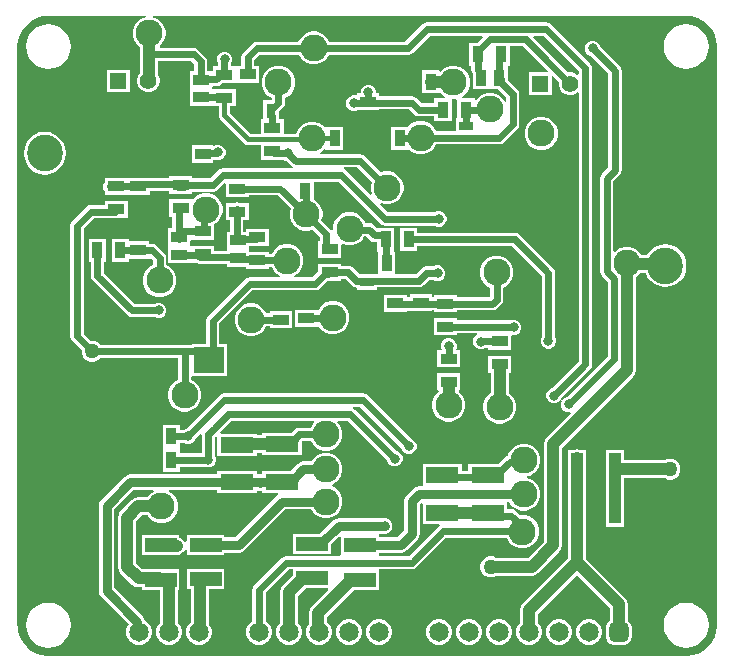
<source format=gbr>
%TF.GenerationSoftware,Altium Limited,Altium Designer,24.3.1 (35)*%
G04 Layer_Physical_Order=2*
G04 Layer_Color=16711680*
%FSLAX43Y43*%
%MOMM*%
%TF.SameCoordinates,9DAA59CA-406A-4E62-98C5-13318CB5E6F2*%
%TF.FilePolarity,Positive*%
%TF.FileFunction,Copper,L2,Bot,Signal*%
%TF.Part,Single*%
G01*
G75*
%TA.AperFunction,Conductor*%
%ADD18C,0.600*%
%ADD19C,1.000*%
%ADD20C,0.800*%
%ADD21C,0.500*%
%TA.AperFunction,ComponentPad*%
%ADD22O,3.000X3.100*%
%ADD23C,2.286*%
%ADD24C,1.400*%
%ADD25R,1.400X1.400*%
%ADD26C,1.650*%
G04:AMPARAMS|DCode=27|XSize=1.65mm|YSize=1.65mm|CornerRadius=0.413mm|HoleSize=0mm|Usage=FLASHONLY|Rotation=0.000|XOffset=0mm|YOffset=0mm|HoleType=Round|Shape=RoundedRectangle|*
%AMROUNDEDRECTD27*
21,1,1.650,0.825,0,0,0.0*
21,1,0.825,1.650,0,0,0.0*
1,1,0.825,0.413,-0.413*
1,1,0.825,-0.413,-0.413*
1,1,0.825,-0.413,0.413*
1,1,0.825,0.413,0.413*
%
%ADD27ROUNDEDRECTD27*%
%TA.AperFunction,ViaPad*%
%ADD28C,0.800*%
%ADD29C,1.270*%
%TA.AperFunction,SMDPad,CuDef*%
%ADD30R,2.500X2.200*%
%ADD31R,1.450X0.950*%
%ADD32R,1.350X0.950*%
%ADD33R,0.800X1.250*%
%ADD34R,1.250X0.800*%
%ADD35R,1.000X2.800*%
%ADD36R,2.706X1.205*%
%ADD37R,0.950X1.450*%
%ADD38R,0.950X1.350*%
%ADD39R,2.800X1.350*%
%TA.AperFunction,Conductor*%
%ADD40C,0.400*%
G36*
X47909Y49895D02*
Y49638D01*
X47792Y49590D01*
X47774Y49608D01*
X47556Y49733D01*
X47314Y49798D01*
X47063D01*
X47039Y49792D01*
X45627Y51204D01*
X45627Y51204D01*
X44047Y52784D01*
X44096Y52902D01*
X44902D01*
X47909Y49895D01*
D02*
G37*
G36*
X30364Y40541D02*
X30277Y40214D01*
Y39846D01*
X30363Y39526D01*
X30249Y39460D01*
X28212Y41497D01*
X28029Y41619D01*
X28002Y41625D01*
X28014Y41752D01*
X29154D01*
X30364Y40541D01*
D02*
G37*
G36*
X57510Y54563D02*
X58000Y54415D01*
X58452Y54173D01*
X58848Y53848D01*
X59173Y53452D01*
X59415Y53000D01*
X59563Y52510D01*
X59612Y52020D01*
X59612Y52019D01*
X59612Y3126D01*
X59612Y3000D01*
X59602Y2878D01*
X59563Y2490D01*
X59415Y2000D01*
X59173Y1548D01*
X58848Y1152D01*
X58452Y827D01*
X58000Y585D01*
X57510Y437D01*
X57123Y399D01*
X57000Y388D01*
X56873Y388D01*
X3126Y388D01*
X3004Y388D01*
X3000Y388D01*
X2878Y398D01*
X2490Y437D01*
X2000Y585D01*
X1548Y827D01*
X1152Y1152D01*
X827Y1548D01*
X585Y2000D01*
X437Y2490D01*
X399Y2877D01*
X388Y3000D01*
X388Y3126D01*
X388Y3126D01*
X388Y52019D01*
X388Y52020D01*
X437Y52510D01*
X585Y53000D01*
X827Y53452D01*
X1152Y53848D01*
X1548Y54173D01*
X2000Y54415D01*
X2490Y54563D01*
X2991Y54613D01*
X2997Y54612D01*
X11242D01*
X11259Y54485D01*
X10992Y54413D01*
X10674Y54229D01*
X10414Y53969D01*
X10230Y53651D01*
X10135Y53295D01*
Y52927D01*
X10230Y52572D01*
X10414Y52254D01*
X10674Y51994D01*
X10748Y51951D01*
Y51333D01*
Y49694D01*
X10712Y49659D01*
X10587Y49441D01*
X10522Y49198D01*
Y48947D01*
X10587Y48705D01*
X10712Y48487D01*
X10890Y48309D01*
X11108Y48184D01*
X11350Y48119D01*
X11601D01*
X11844Y48184D01*
X12062Y48309D01*
X12239Y48487D01*
X12365Y48705D01*
X12430Y48947D01*
Y49198D01*
X12365Y49441D01*
X12285Y49579D01*
Y50769D01*
X15057D01*
X15336Y50490D01*
Y49917D01*
X14971D01*
Y48544D01*
X14971Y48459D01*
X14971Y48332D01*
Y46959D01*
X16829D01*
X16829Y46959D01*
X16903Y46937D01*
Y46937D01*
X16947Y46937D01*
X17419D01*
Y46169D01*
X17419Y46169D01*
X17454Y45992D01*
X17554Y45842D01*
X19604Y43792D01*
X19604Y43792D01*
X19754Y43692D01*
X19931Y43657D01*
X19931Y43657D01*
X20967D01*
Y42416D01*
X22877D01*
X22896Y42397D01*
X23136Y42297D01*
X23146D01*
X23526Y41917D01*
X23526Y41917D01*
X23710Y41795D01*
X23737Y41789D01*
X23725Y41662D01*
X17780D01*
X17564Y41619D01*
X17381Y41497D01*
X17381Y41497D01*
X16718Y40834D01*
X15178D01*
Y40998D01*
X13220D01*
Y40884D01*
X10592D01*
X10523Y40871D01*
X7784D01*
Y40549D01*
X7667Y40374D01*
X7624Y40157D01*
X7667Y39941D01*
X7784Y39766D01*
Y39413D01*
X11571D01*
Y39755D01*
X13220D01*
Y39540D01*
X13778D01*
X13974Y39501D01*
X14224D01*
X14349Y39526D01*
X14474Y39501D01*
X14670Y39540D01*
X15178D01*
Y39704D01*
X16952D01*
X16952Y39704D01*
X17168Y39747D01*
X17351Y39869D01*
X17893Y40412D01*
X18020Y40359D01*
Y39235D01*
X19978D01*
Y39399D01*
X22413D01*
X23506Y38305D01*
X23419Y37979D01*
Y37611D01*
X23514Y37256D01*
X23698Y36937D01*
X23958Y36677D01*
X24277Y36493D01*
X24632Y36398D01*
X25000D01*
X25326Y36486D01*
X25972Y35840D01*
Y35562D01*
X25843D01*
Y34104D01*
X27801D01*
Y35213D01*
X27911Y35277D01*
X27960Y35249D01*
X28315Y35154D01*
X28683D01*
X29038Y35249D01*
X29357Y35433D01*
X29617Y35693D01*
X29753Y35929D01*
X29897D01*
X30227Y35599D01*
X30227Y35599D01*
X30410Y35476D01*
X30626Y35433D01*
X30626Y35433D01*
X30833D01*
Y34683D01*
X30863D01*
X30931Y34584D01*
X30931Y32726D01*
X30806Y32721D01*
X29317D01*
X28756Y33283D01*
X28572Y33405D01*
X28356Y33448D01*
X28356Y33448D01*
X27801D01*
Y33612D01*
X25843D01*
Y32967D01*
X25344Y32467D01*
X23829D01*
X23795Y32594D01*
X24048Y32740D01*
X24308Y33000D01*
X24492Y33319D01*
X24587Y33674D01*
Y34042D01*
X24492Y34397D01*
X24308Y34716D01*
X24048Y34976D01*
X23729Y35160D01*
X23374Y35255D01*
X23006D01*
X22651Y35160D01*
X22332Y34976D01*
X22072Y34716D01*
X21912Y34439D01*
X21655D01*
Y34603D01*
X20069D01*
X19979Y34693D01*
X19979Y34802D01*
X19979Y34929D01*
Y35095D01*
X21655D01*
Y36553D01*
X19697D01*
Y36302D01*
X19513D01*
Y37285D01*
X19978D01*
Y38743D01*
X19173D01*
X19165Y38749D01*
X18948Y38792D01*
X18732Y38749D01*
X18723Y38743D01*
X18020D01*
Y37285D01*
X18384D01*
Y36302D01*
X18121D01*
Y34929D01*
X18121Y34844D01*
X18119Y34718D01*
X17032D01*
Y35111D01*
X15112D01*
X15060Y35129D01*
X15001Y35207D01*
X15001Y35234D01*
Y35506D01*
X15074Y35603D01*
X17032D01*
Y36952D01*
X17215Y37058D01*
X17475Y37318D01*
X17659Y37637D01*
X17755Y37992D01*
Y38360D01*
X17659Y38715D01*
X17475Y39034D01*
X17215Y39294D01*
X16897Y39478D01*
X16542Y39573D01*
X16174D01*
X15818Y39478D01*
X15500Y39294D01*
X15290Y39084D01*
X15178Y39048D01*
X15178Y39048D01*
Y39048D01*
X15178Y39048D01*
X13220D01*
Y37590D01*
X13511D01*
Y36607D01*
X13143D01*
Y35234D01*
X13143Y35149D01*
X13143Y35022D01*
Y33649D01*
X14948D01*
X15001Y33649D01*
Y33649D01*
X15074Y33653D01*
Y33653D01*
X15555D01*
X15587Y33631D01*
X15803Y33588D01*
X18121D01*
Y33344D01*
X19697D01*
Y33145D01*
X21655D01*
Y33309D01*
X21894D01*
X22072Y33000D01*
X22332Y32740D01*
X22585Y32594D01*
X22551Y32467D01*
X20041D01*
X20041Y32467D01*
X19824Y32424D01*
X19641Y32302D01*
X19641Y32302D01*
X16517Y29178D01*
X16395Y28994D01*
X16352Y28778D01*
X16352Y28778D01*
Y26784D01*
X15133D01*
Y26752D01*
X14402D01*
X14402Y26752D01*
X14402Y26752D01*
X7398D01*
X7209Y26941D01*
X6882Y27076D01*
X6615D01*
X6000Y27691D01*
Y36589D01*
X6863Y37452D01*
X8613D01*
X8613Y37452D01*
X8668Y37463D01*
X9742D01*
Y38921D01*
X7784D01*
Y38582D01*
X6629D01*
X6413Y38539D01*
X6230Y38416D01*
X6230Y38416D01*
X5036Y37222D01*
X4914Y37039D01*
X4871Y36823D01*
X4871Y36823D01*
Y27457D01*
X4871Y27457D01*
X4914Y27241D01*
X5036Y27058D01*
X5817Y26278D01*
Y26011D01*
X5952Y25684D01*
X6202Y25434D01*
X6529Y25298D01*
X6882D01*
X7209Y25434D01*
X7398Y25623D01*
X13964D01*
Y23766D01*
X13671Y23597D01*
X13411Y23337D01*
X13227Y23018D01*
X13132Y22663D01*
Y22295D01*
X13227Y21940D01*
X13411Y21621D01*
X13671Y21361D01*
X13990Y21177D01*
X14345Y21082D01*
X14713D01*
X15068Y21177D01*
X15387Y21361D01*
X15647Y21621D01*
X15831Y21940D01*
X15926Y22295D01*
Y22663D01*
X15831Y23018D01*
X15647Y23337D01*
X15387Y23597D01*
X15094Y23766D01*
Y23965D01*
X15133Y24076D01*
X18141D01*
Y26784D01*
X17481D01*
Y28544D01*
X20275Y31338D01*
X25578D01*
X25578Y31338D01*
X25794Y31381D01*
X25977Y31503D01*
X26618Y32143D01*
X26647D01*
X26647Y32143D01*
X26702Y32154D01*
X27801D01*
Y32318D01*
X28122D01*
X28684Y31757D01*
X28684Y31757D01*
X28867Y31635D01*
X29083Y31592D01*
X29093Y31470D01*
Y31369D01*
X30851D01*
Y31592D01*
X34366D01*
X34366Y31592D01*
X34582Y31635D01*
X34766Y31757D01*
X35245Y32236D01*
X35607D01*
X35822Y32147D01*
X36082D01*
X36323Y32247D01*
X36507Y32431D01*
X36606Y32671D01*
Y32931D01*
X36507Y33171D01*
X36323Y33355D01*
X36082Y33455D01*
X35822D01*
X35607Y33366D01*
X35011D01*
X35011Y33366D01*
X34795Y33323D01*
X34611Y33200D01*
X34611Y33200D01*
X34132Y32721D01*
X32514D01*
X32389Y32726D01*
X32389Y32848D01*
Y34584D01*
X32360D01*
X32291Y34683D01*
Y36641D01*
X30833D01*
X30833Y36641D01*
Y36641D01*
X30729Y36694D01*
X30530Y36893D01*
X30347Y37015D01*
X30131Y37058D01*
X30131Y37058D01*
X29809D01*
X29801Y37090D01*
X29617Y37408D01*
X29357Y37668D01*
X29038Y37852D01*
X28683Y37948D01*
X28315D01*
X27960Y37852D01*
X27641Y37668D01*
X27381Y37408D01*
X27197Y37090D01*
X27102Y36735D01*
Y36454D01*
X26975Y36416D01*
X26936Y36474D01*
X26936Y36474D01*
X26125Y37285D01*
X26213Y37611D01*
Y37979D01*
X26118Y38334D01*
X25934Y38653D01*
X25674Y38913D01*
X25484Y39022D01*
Y40532D01*
X27579D01*
X31122Y36989D01*
X31122Y36989D01*
X31305Y36867D01*
X31521Y36824D01*
X31521Y36824D01*
X35723D01*
X35938Y36735D01*
X36198D01*
X36438Y36834D01*
X36622Y37018D01*
X36722Y37259D01*
Y37519D01*
X36622Y37759D01*
X36438Y37943D01*
X36198Y38043D01*
X35938D01*
X35723Y37954D01*
X31755D01*
X31104Y38605D01*
X31169Y38719D01*
X31490Y38633D01*
X31858D01*
X32213Y38729D01*
X32532Y38913D01*
X32792Y39173D01*
X32976Y39491D01*
X33071Y39846D01*
Y40214D01*
X32976Y40570D01*
X32792Y40888D01*
X32532Y41148D01*
X32213Y41332D01*
X31858Y41427D01*
X31490D01*
X31163Y41340D01*
X29787Y42716D01*
X29604Y42838D01*
X29388Y42881D01*
X29388Y42881D01*
X26074D01*
X26040Y43008D01*
X26205Y43104D01*
X26388Y43287D01*
X26515Y43242D01*
Y43242D01*
X27973D01*
Y45200D01*
X26515D01*
Y45200D01*
X26388Y45156D01*
X26205Y45339D01*
X25887Y45523D01*
X25531Y45618D01*
X25164D01*
X24808Y45523D01*
X24490Y45339D01*
X24230Y45079D01*
X24046Y44761D01*
X23998Y44583D01*
X22925D01*
Y45824D01*
X22514D01*
Y46475D01*
X22527Y46484D01*
X22878Y46835D01*
X22878Y46835D01*
X23001Y47019D01*
X23044Y47235D01*
X23044Y47235D01*
Y47659D01*
X23337Y47828D01*
X23597Y48088D01*
X23781Y48407D01*
X23876Y48762D01*
Y49130D01*
X23781Y49485D01*
X23597Y49804D01*
X23337Y50064D01*
X23018Y50248D01*
X22663Y50343D01*
X22295D01*
X21940Y50248D01*
X21621Y50064D01*
X21361Y49804D01*
X21177Y49485D01*
X21082Y49130D01*
Y48762D01*
X21177Y48407D01*
X21361Y48088D01*
X21621Y47828D01*
X21914Y47659D01*
Y47469D01*
X21883Y47437D01*
X21206D01*
Y45824D01*
X20967D01*
Y44583D01*
X20123D01*
X18344Y46361D01*
Y46937D01*
X18861D01*
Y48395D01*
X16930D01*
X16877Y48428D01*
X16829Y48492D01*
X16829Y48551D01*
X16919Y48641D01*
X17221D01*
X17221Y48641D01*
X17438Y48684D01*
X17621Y48806D01*
X17701Y48887D01*
X18793D01*
X18861Y48887D01*
X18977Y48912D01*
X20867D01*
Y50370D01*
X20453D01*
Y50845D01*
X20884Y51277D01*
X24201D01*
X24352Y51015D01*
X24612Y50755D01*
X24931Y50571D01*
X25286Y50476D01*
X25654D01*
X26009Y50571D01*
X26328Y50755D01*
X26588Y51015D01*
X26739Y51277D01*
X33452D01*
X33452Y51277D01*
X33668Y51320D01*
X33851Y51442D01*
X35311Y52902D01*
X39739D01*
X39788Y52784D01*
X39316Y52312D01*
X38657D01*
Y50354D01*
X38821D01*
Y50028D01*
X38821Y50028D01*
X38864Y49812D01*
X38922Y49725D01*
Y49476D01*
X38922Y49476D01*
X38932Y49422D01*
Y48372D01*
X40390D01*
Y48372D01*
X40432D01*
Y48372D01*
X41092D01*
X41761Y47703D01*
Y47326D01*
X41634Y47292D01*
X41504Y47518D01*
X41244Y47778D01*
X40925Y47962D01*
X40570Y48057D01*
X40202D01*
X39847Y47962D01*
X39528Y47778D01*
X39268Y47518D01*
X39215Y47426D01*
X39093Y47459D01*
Y47613D01*
X38027D01*
X37993Y47740D01*
X38145Y47828D01*
X38405Y48088D01*
X38589Y48407D01*
X38684Y48762D01*
Y49130D01*
X38589Y49485D01*
X38405Y49804D01*
X38145Y50064D01*
X37826Y50248D01*
X37471Y50343D01*
X37103D01*
X36748Y50248D01*
X36429Y50064D01*
X36223Y49857D01*
X36096Y49909D01*
Y50001D01*
X34638D01*
Y49058D01*
X34623Y48984D01*
X34638Y48910D01*
Y48043D01*
X36096D01*
X36096Y48043D01*
X36220Y48037D01*
X36429Y47828D01*
X36581Y47740D01*
X36547Y47613D01*
X35685D01*
Y47199D01*
X34600D01*
X34168Y47631D01*
X33985Y47754D01*
X33769Y47797D01*
X33769Y47797D01*
X31003D01*
Y48037D01*
X30753D01*
Y48238D01*
X30653Y48478D01*
X30469Y48662D01*
X30229Y48762D01*
X29969D01*
X29729Y48662D01*
X29545Y48478D01*
X29445Y48238D01*
Y48037D01*
X29145D01*
Y47927D01*
X29018Y47843D01*
X29007Y47847D01*
X28746D01*
X28506Y47748D01*
X28322Y47564D01*
X28222Y47323D01*
Y47063D01*
X28322Y46823D01*
X28506Y46639D01*
X28746Y46539D01*
X29007D01*
X29129Y46590D01*
X29145Y46579D01*
Y46579D01*
X31003D01*
Y46667D01*
X33535D01*
X33967Y46235D01*
X33967Y46235D01*
X34150Y46113D01*
X34366Y46070D01*
X34366Y46070D01*
X35685D01*
Y45655D01*
X37143D01*
Y47549D01*
X37471D01*
X37534Y47566D01*
X37635Y47488D01*
Y45942D01*
X37500D01*
Y44837D01*
X35806D01*
X35636Y45130D01*
X35376Y45390D01*
X35058Y45574D01*
X34703Y45669D01*
X34335D01*
X33979Y45574D01*
X33661Y45390D01*
X33471Y45200D01*
X32047D01*
Y43242D01*
X33505D01*
X33505Y43242D01*
Y43242D01*
X33616Y43199D01*
X33661Y43154D01*
X33979Y42970D01*
X34335Y42875D01*
X34703D01*
X35058Y42970D01*
X35376Y43154D01*
X35636Y43414D01*
X35806Y43707D01*
X41173D01*
X41173Y43707D01*
X41390Y43750D01*
X41573Y43873D01*
X42725Y45025D01*
X42725Y45025D01*
X42848Y45209D01*
X42891Y45425D01*
X42891Y45425D01*
Y47937D01*
X42891Y47937D01*
X42848Y48153D01*
X42725Y48336D01*
X42725Y48336D01*
X41901Y49160D01*
Y49229D01*
X41901Y49229D01*
X41890Y49283D01*
Y50230D01*
X41890D01*
X41898Y50354D01*
X42065D01*
Y52048D01*
X43186D01*
X44828Y50405D01*
X44828Y50405D01*
X44828Y50405D01*
X45318Y49916D01*
X45269Y49798D01*
X43694D01*
Y47890D01*
X45602D01*
Y49465D01*
X45720Y49514D01*
X46240Y48993D01*
X46234Y48970D01*
Y48719D01*
X46299Y48476D01*
X46425Y48258D01*
X46602Y48081D01*
X46820Y47955D01*
X47063Y47890D01*
X47314D01*
X47556Y47955D01*
X47774Y48081D01*
X47792Y48099D01*
X47909Y48050D01*
Y25315D01*
X45666Y23072D01*
X45451Y22983D01*
X45267Y22799D01*
X45168Y22558D01*
Y22298D01*
X45267Y22058D01*
X45451Y21874D01*
X45692Y21774D01*
X45952D01*
X46192Y21874D01*
X46351Y22033D01*
X46459Y21961D01*
X46401Y21822D01*
Y21562D01*
X46501Y21321D01*
X46685Y21137D01*
X46925Y21038D01*
X47177D01*
X47196Y21017D01*
X47244Y20924D01*
X45176Y18857D01*
X45010Y18608D01*
X44951Y18313D01*
Y10072D01*
X43598Y8719D01*
X40929D01*
X40639Y8839D01*
X40285D01*
X39959Y8704D01*
X39709Y8454D01*
X39573Y8127D01*
Y7773D01*
X39709Y7447D01*
X39959Y7197D01*
X40285Y7061D01*
X40639D01*
X40929Y7181D01*
X43917D01*
X44211Y7240D01*
X44460Y7407D01*
X46264Y9210D01*
X46430Y9459D01*
X46489Y9754D01*
Y17995D01*
X52512Y24018D01*
X52679Y24268D01*
X52737Y24562D01*
Y32486D01*
X52826Y32537D01*
X53071Y32782D01*
X53601D01*
X53713Y32512D01*
X53994Y32145D01*
X54360Y31864D01*
X54787Y31687D01*
X55245Y31627D01*
X55703Y31687D01*
X56130Y31864D01*
X56496Y32145D01*
X56777Y32512D01*
X56954Y32938D01*
X57014Y33396D01*
Y33496D01*
X56954Y33954D01*
X56777Y34381D01*
X56496Y34747D01*
X56130Y35028D01*
X55703Y35205D01*
X55245Y35265D01*
X54787Y35205D01*
X54360Y35028D01*
X53994Y34747D01*
X53713Y34381D01*
X53687Y34319D01*
X53198D01*
X53086Y34513D01*
X52826Y34773D01*
X52508Y34957D01*
X52152Y35052D01*
X51784D01*
X51429Y34957D01*
X51111Y34773D01*
X50963Y34626D01*
X50836Y34678D01*
Y40568D01*
X51382Y41114D01*
X51382Y41114D01*
X51504Y41297D01*
X51547Y41513D01*
Y49932D01*
X51547Y49932D01*
X51504Y50148D01*
X51382Y50331D01*
X51382Y50331D01*
X49716Y51997D01*
X49627Y52212D01*
X49443Y52396D01*
X49203Y52495D01*
X48943D01*
X48702Y52396D01*
X48518Y52212D01*
X48419Y51971D01*
Y51711D01*
X48518Y51471D01*
X48702Y51287D01*
X48918Y51198D01*
X50417Y49698D01*
Y41747D01*
X49872Y41202D01*
X49750Y41019D01*
X49707Y40802D01*
X49707Y40802D01*
Y32952D01*
X49707Y32952D01*
X49750Y32736D01*
X49872Y32553D01*
X50350Y32075D01*
Y25785D01*
X46900Y22335D01*
X46685Y22246D01*
X46526Y22087D01*
X46418Y22159D01*
X46465Y22273D01*
X48874Y24681D01*
X48874Y24681D01*
X48996Y24865D01*
X49039Y25081D01*
X49039Y25081D01*
Y50129D01*
X49039Y50129D01*
X48996Y50345D01*
X48874Y50528D01*
X48874Y50528D01*
X45536Y53866D01*
X45353Y53988D01*
X45136Y54031D01*
X45136Y54031D01*
X35077D01*
X35077Y54031D01*
X34861Y53988D01*
X34677Y53866D01*
X34677Y53866D01*
X33218Y52406D01*
X26773D01*
X26772Y52412D01*
X26588Y52731D01*
X26328Y52991D01*
X26009Y53175D01*
X25654Y53270D01*
X25286D01*
X24931Y53175D01*
X24612Y52991D01*
X24352Y52731D01*
X24168Y52412D01*
X24167Y52406D01*
X20650D01*
X20650Y52406D01*
X20434Y52363D01*
X20251Y52241D01*
X20251Y52241D01*
X19489Y51479D01*
X19366Y51296D01*
X19323Y51079D01*
X19323Y51079D01*
Y50460D01*
X19234Y50370D01*
X18909Y50370D01*
X18793Y50345D01*
X18472D01*
Y50516D01*
X18487Y50531D01*
X18586Y50772D01*
Y51032D01*
X18487Y51272D01*
X18303Y51456D01*
X18062Y51556D01*
X17802D01*
X17562Y51456D01*
X17378Y51272D01*
X17278Y51032D01*
Y50772D01*
X17342Y50618D01*
Y50345D01*
X16903D01*
Y50013D01*
X16829Y49917D01*
X16465D01*
Y50724D01*
X16422Y50940D01*
X16300Y51123D01*
X16300Y51123D01*
X15690Y51733D01*
X15507Y51855D01*
X15291Y51898D01*
X15291Y51898D01*
X12466D01*
X12421Y52025D01*
X12649Y52254D01*
X12833Y52572D01*
X12929Y52927D01*
Y53295D01*
X12833Y53651D01*
X12649Y53969D01*
X12389Y54229D01*
X12071Y54413D01*
X11805Y54485D01*
X11821Y54612D01*
X57000Y54612D01*
X57007Y54613D01*
X57510Y54563D01*
D02*
G37*
%LPC*%
G36*
X57000Y53897D02*
X56509Y53833D01*
X56051Y53643D01*
X55658Y53342D01*
X55357Y52949D01*
X55167Y52491D01*
X55103Y52000D01*
X55167Y51509D01*
X55357Y51051D01*
X55658Y50658D01*
X56051Y50357D01*
X56509Y50167D01*
X57000Y50103D01*
X57491Y50167D01*
X57949Y50357D01*
X58342Y50658D01*
X58643Y51051D01*
X58833Y51509D01*
X58897Y52000D01*
X58833Y52491D01*
X58643Y52949D01*
X58342Y53342D01*
X57949Y53643D01*
X57491Y53833D01*
X57000Y53897D01*
D02*
G37*
G36*
X3000D02*
X2509Y53833D01*
X2051Y53643D01*
X1658Y53342D01*
X1357Y52949D01*
X1167Y52491D01*
X1103Y52000D01*
X1167Y51509D01*
X1357Y51051D01*
X1658Y50658D01*
X2051Y50357D01*
X2509Y50167D01*
X3000Y50103D01*
X3491Y50167D01*
X3949Y50357D01*
X4342Y50658D01*
X4643Y51051D01*
X4833Y51509D01*
X4897Y52000D01*
X4833Y52491D01*
X4643Y52949D01*
X4342Y53342D01*
X3949Y53643D01*
X3491Y53833D01*
X3000Y53897D01*
D02*
G37*
G36*
X9890Y50027D02*
X7982D01*
Y48119D01*
X9890D01*
Y50027D01*
D02*
G37*
G36*
X17478Y43682D02*
X17218D01*
X17013Y43597D01*
X16982Y43618D01*
Y43618D01*
X15124D01*
Y42160D01*
X16982D01*
Y42372D01*
X17109Y42419D01*
X17218Y42374D01*
X17478D01*
X17719Y42473D01*
X17903Y42657D01*
X18002Y42898D01*
Y43158D01*
X17903Y43398D01*
X17719Y43582D01*
X17478Y43682D01*
D02*
G37*
G36*
X44913Y46025D02*
X44545D01*
X44190Y45930D01*
X43872Y45746D01*
X43612Y45486D01*
X43428Y45167D01*
X43332Y44812D01*
Y44444D01*
X43428Y44089D01*
X43612Y43770D01*
X43872Y43510D01*
X44190Y43326D01*
X44545Y43231D01*
X44913D01*
X45269Y43326D01*
X45587Y43510D01*
X45847Y43770D01*
X46031Y44089D01*
X46126Y44444D01*
Y44812D01*
X46031Y45167D01*
X45847Y45486D01*
X45587Y45746D01*
X45269Y45930D01*
X44913Y46025D01*
D02*
G37*
G36*
X2692Y44776D02*
X2235Y44716D01*
X1808Y44539D01*
X1441Y44258D01*
X1160Y43892D01*
X984Y43465D01*
X923Y43007D01*
Y42907D01*
X984Y42449D01*
X1160Y42022D01*
X1441Y41656D01*
X1808Y41375D01*
X2235Y41198D01*
X2692Y41138D01*
X3150Y41198D01*
X3577Y41375D01*
X3943Y41656D01*
X4225Y42022D01*
X4401Y42449D01*
X4462Y42907D01*
Y43007D01*
X4401Y43465D01*
X4225Y43892D01*
X3943Y44258D01*
X3577Y44539D01*
X3150Y44716D01*
X2692Y44776D01*
D02*
G37*
G36*
X9832Y35701D02*
X8374D01*
Y33743D01*
X9832D01*
Y34034D01*
X11545D01*
Y34034D01*
X11672Y34062D01*
X11856Y33878D01*
Y33475D01*
X11563Y33306D01*
X11303Y33046D01*
X11119Y32727D01*
X11024Y32372D01*
Y32004D01*
X11119Y31649D01*
X11303Y31330D01*
X11563Y31070D01*
X11881Y30886D01*
X12237Y30791D01*
X12605D01*
X12960Y30886D01*
X13278Y31070D01*
X13538Y31330D01*
X13722Y31649D01*
X13818Y32004D01*
Y32372D01*
X13722Y32727D01*
X13538Y33046D01*
X13278Y33306D01*
X12985Y33475D01*
Y34112D01*
X12985Y34112D01*
X12942Y34328D01*
X12820Y34512D01*
X12820Y34512D01*
X12204Y35128D01*
X12021Y35250D01*
X11805Y35293D01*
X11805Y35293D01*
X11545D01*
Y35492D01*
X9832D01*
Y35701D01*
D02*
G37*
G36*
X41129Y34265D02*
X40761D01*
X40406Y34169D01*
X40087Y33985D01*
X39827Y33725D01*
X39643Y33407D01*
X39548Y33052D01*
Y32684D01*
X39643Y32328D01*
X39827Y32010D01*
X40087Y31750D01*
X40380Y31581D01*
Y30796D01*
X40359Y30775D01*
X37580D01*
Y30939D01*
X35622D01*
Y30775D01*
X35448D01*
Y31019D01*
X33590D01*
Y30763D01*
X33364D01*
Y30965D01*
X31406D01*
Y29507D01*
X33364D01*
Y29633D01*
X33590D01*
Y29561D01*
X35448D01*
Y29646D01*
X35622D01*
Y29481D01*
X37580D01*
Y29646D01*
X40593D01*
X40593Y29646D01*
X40809Y29689D01*
X40993Y29811D01*
X41344Y30162D01*
X41344Y30162D01*
X41467Y30346D01*
X41510Y30562D01*
X41510Y30562D01*
Y31581D01*
X41803Y31750D01*
X42063Y32010D01*
X42247Y32328D01*
X42342Y32684D01*
Y33052D01*
X42247Y33407D01*
X42063Y33725D01*
X41803Y33985D01*
X41484Y34169D01*
X41129Y34265D01*
D02*
G37*
G36*
X7882Y35701D02*
X6424D01*
Y33743D01*
X6588D01*
Y32598D01*
X6588Y32598D01*
X6631Y32382D01*
X6754Y32199D01*
X9710Y29242D01*
X9710Y29242D01*
X9893Y29120D01*
X10109Y29077D01*
X10109Y29077D01*
X11999D01*
X12214Y28988D01*
X12474D01*
X12715Y29087D01*
X12899Y29271D01*
X12998Y29512D01*
Y29772D01*
X12899Y30012D01*
X12715Y30196D01*
X12474Y30296D01*
X12214D01*
X11999Y30207D01*
X10343D01*
X7718Y32832D01*
Y33743D01*
X7882D01*
Y35701D01*
D02*
G37*
G36*
X20352Y30251D02*
X19984D01*
X19628Y30156D01*
X19310Y29972D01*
X19050Y29712D01*
X18866Y29394D01*
X18771Y29038D01*
Y28670D01*
X18866Y28315D01*
X19050Y27997D01*
X19310Y27737D01*
X19628Y27553D01*
X19984Y27457D01*
X20352D01*
X20707Y27553D01*
X21025Y27737D01*
X21285Y27997D01*
X21458Y28296D01*
X21779D01*
Y28139D01*
X23637D01*
Y29597D01*
X21779D01*
Y29426D01*
X21451D01*
X21285Y29712D01*
X21025Y29972D01*
X20707Y30156D01*
X20352Y30251D01*
D02*
G37*
G36*
X27260Y30429D02*
X26892D01*
X26537Y30334D01*
X26219Y30150D01*
X25959Y29890D01*
X25899Y29787D01*
X25820Y29695D01*
Y29695D01*
X25820Y29695D01*
X23862D01*
Y28237D01*
X25820D01*
X25820Y28237D01*
Y28237D01*
X25940Y28207D01*
X25959Y28174D01*
X26219Y27914D01*
X26537Y27730D01*
X26892Y27635D01*
X27260D01*
X27616Y27730D01*
X27934Y27914D01*
X28194Y28174D01*
X28378Y28493D01*
X28473Y28848D01*
Y29216D01*
X28378Y29571D01*
X28194Y29890D01*
X27934Y30150D01*
X27616Y30334D01*
X27260Y30429D01*
D02*
G37*
G36*
X34241Y36641D02*
X32783D01*
Y34683D01*
X34241D01*
Y35097D01*
X42260D01*
X44781Y32576D01*
Y27419D01*
X44691Y27203D01*
Y26943D01*
X44791Y26703D01*
X44975Y26519D01*
X45215Y26419D01*
X45475D01*
X45716Y26519D01*
X45900Y26703D01*
X45999Y26943D01*
Y27203D01*
X45910Y27419D01*
Y32810D01*
X45910Y32810D01*
X45867Y33027D01*
X45745Y33210D01*
X42894Y36061D01*
X42710Y36183D01*
X42494Y36226D01*
X42494Y36226D01*
X34241D01*
Y36641D01*
D02*
G37*
G36*
X37580Y28989D02*
X35622D01*
Y27531D01*
X37580D01*
Y27696D01*
X39266D01*
X39291Y27569D01*
X39251Y27552D01*
X39067Y27368D01*
X38967Y27127D01*
Y26867D01*
X39067Y26627D01*
X39251Y26443D01*
X39491Y26343D01*
X39751D01*
X39992Y26443D01*
X40019Y26471D01*
X40220D01*
Y26306D01*
X42178D01*
Y27509D01*
X42263Y27565D01*
X42523D01*
X42763Y27665D01*
X42947Y27849D01*
X43047Y28089D01*
Y28349D01*
X42947Y28590D01*
X42763Y28774D01*
X42523Y28873D01*
X42263D01*
X42146Y28825D01*
X37580D01*
Y28989D01*
D02*
G37*
G36*
X37036Y27287D02*
X36776D01*
X36536Y27188D01*
X36352Y27004D01*
X36252Y26763D01*
Y26503D01*
X36296Y26397D01*
X36226Y26291D01*
X35927D01*
Y24833D01*
X37885D01*
Y26291D01*
X37587D01*
X37516Y26397D01*
X37560Y26503D01*
Y26763D01*
X37461Y27004D01*
X37277Y27188D01*
X37036Y27287D01*
D02*
G37*
G36*
X37885Y24341D02*
X35927D01*
Y22883D01*
X36001D01*
X36035Y22756D01*
X36033Y22755D01*
X35773Y22495D01*
X35589Y22176D01*
X35493Y21821D01*
Y21453D01*
X35589Y21098D01*
X35773Y20779D01*
X36033Y20519D01*
X36351Y20335D01*
X36707Y20240D01*
X37074D01*
X37430Y20335D01*
X37748Y20519D01*
X38008Y20779D01*
X38192Y21098D01*
X38287Y21453D01*
Y21821D01*
X38192Y22176D01*
X38008Y22495D01*
X37748Y22755D01*
X37746Y22756D01*
X37780Y22883D01*
X37885D01*
Y24341D01*
D02*
G37*
G36*
X42178Y25814D02*
X40220D01*
Y24356D01*
X40481D01*
Y22667D01*
X40341Y22586D01*
X40081Y22326D01*
X39897Y22007D01*
X39802Y21652D01*
Y21284D01*
X39897Y20929D01*
X40081Y20610D01*
X40341Y20350D01*
X40660Y20166D01*
X41015Y20071D01*
X41383D01*
X41738Y20166D01*
X42057Y20350D01*
X42317Y20610D01*
X42501Y20929D01*
X42596Y21284D01*
Y21652D01*
X42501Y22007D01*
X42317Y22326D01*
X42057Y22586D01*
X42018Y22608D01*
Y24356D01*
X42178D01*
Y25814D01*
D02*
G37*
G36*
X29642Y22612D02*
X29642Y22612D01*
X17907D01*
X17691Y22569D01*
X17508Y22447D01*
X17508Y22447D01*
X14678Y19617D01*
X14488Y19539D01*
X14125D01*
Y19953D01*
X12667D01*
Y17995D01*
X12667D01*
Y17921D01*
X12667D01*
Y15963D01*
X14125D01*
Y16415D01*
X16282D01*
X16405Y16364D01*
X16665D01*
X16906Y16464D01*
X17090Y16648D01*
X17189Y16888D01*
Y17148D01*
X17100Y17363D01*
Y18918D01*
X17202Y19020D01*
X17320Y18971D01*
Y17359D01*
X20628D01*
Y17544D01*
X21130D01*
Y17384D01*
X24438D01*
Y18555D01*
X24469Y18587D01*
X25213D01*
X25382Y18294D01*
X25642Y18034D01*
X25961Y17850D01*
X26316Y17755D01*
X26684D01*
X27039Y17850D01*
X27358Y18034D01*
X27618Y18294D01*
X27802Y18612D01*
X27897Y18968D01*
Y19336D01*
X27802Y19691D01*
X27618Y20009D01*
X27471Y20157D01*
X27523Y20284D01*
X28346D01*
X31691Y16939D01*
X31780Y16724D01*
X31964Y16540D01*
X32204Y16440D01*
X32464D01*
X32705Y16540D01*
X32889Y16724D01*
X32988Y16964D01*
Y17224D01*
X32889Y17465D01*
X32705Y17649D01*
X32489Y17738D01*
X28979Y21248D01*
X28819Y21355D01*
X28833Y21464D01*
X28840Y21482D01*
X29408D01*
X32884Y18006D01*
X32974Y17791D01*
X33158Y17607D01*
X33398Y17507D01*
X33658D01*
X33898Y17607D01*
X34082Y17791D01*
X34182Y18031D01*
Y18291D01*
X34082Y18531D01*
X33898Y18715D01*
X33683Y18805D01*
X30041Y22447D01*
X29858Y22569D01*
X29642Y22612D01*
D02*
G37*
G36*
X26684Y17602D02*
X26316D01*
X25961Y17507D01*
X25642Y17323D01*
X25382Y17063D01*
X25272Y16872D01*
X24601D01*
X24601Y16872D01*
X24346Y16821D01*
X24129Y16677D01*
X24129Y16677D01*
X23495Y16042D01*
X21130D01*
Y15767D01*
X20942D01*
X20942Y15767D01*
X20879Y15755D01*
X20628D01*
Y16017D01*
X17320D01*
Y15755D01*
X9932D01*
X9932Y15755D01*
X9676Y15704D01*
X9460Y15559D01*
X9460Y15559D01*
X7453Y13553D01*
X7309Y13336D01*
X7258Y13081D01*
X7258Y13081D01*
Y5867D01*
X7258Y5867D01*
X7309Y5612D01*
X7453Y5396D01*
X9793Y3056D01*
X9663Y2829D01*
X9589Y2555D01*
Y2271D01*
X9663Y1997D01*
X9805Y1750D01*
X10005Y1550D01*
X10252Y1408D01*
X10526Y1334D01*
X10810D01*
X11084Y1408D01*
X11331Y1550D01*
X11531Y1750D01*
X11673Y1997D01*
X11747Y2271D01*
Y2555D01*
X11673Y2829D01*
X11531Y3076D01*
X11331Y3276D01*
X11154Y3378D01*
X11121Y3542D01*
X10977Y3758D01*
X10977Y3758D01*
X8592Y6144D01*
Y12805D01*
X10208Y14421D01*
X11890D01*
X11924Y14294D01*
X11715Y14173D01*
X11455Y13913D01*
X11404Y13824D01*
X10617D01*
X10323Y13766D01*
X10074Y13599D01*
X9108Y12634D01*
X8942Y12385D01*
X8883Y12090D01*
Y7950D01*
X8942Y7656D01*
X9108Y7407D01*
X10101Y6414D01*
X10350Y6247D01*
X10645Y6189D01*
X10890D01*
Y5999D01*
X12439D01*
Y3170D01*
X12345Y3076D01*
X12203Y2829D01*
X12129Y2555D01*
Y2271D01*
X12203Y1997D01*
X12345Y1750D01*
X12545Y1550D01*
X12792Y1408D01*
X13066Y1334D01*
X13350D01*
X13624Y1408D01*
X13871Y1550D01*
X14071Y1750D01*
X14213Y1997D01*
X14287Y2271D01*
Y2555D01*
X14213Y2829D01*
X14071Y3076D01*
X13977Y3170D01*
Y5999D01*
X14104D01*
Y7712D01*
X12469D01*
X12394Y7726D01*
X10963D01*
X10421Y8269D01*
Y11772D01*
X10936Y12287D01*
X11404D01*
X11455Y12198D01*
X11715Y11938D01*
X12034Y11754D01*
X12389Y11659D01*
X12757D01*
X13112Y11754D01*
X13431Y11938D01*
X13691Y12198D01*
X13875Y12516D01*
X13970Y12872D01*
Y13240D01*
X13875Y13595D01*
X13691Y13913D01*
X13431Y14173D01*
X13222Y14294D01*
X13256Y14421D01*
X17320D01*
Y14159D01*
X20628D01*
Y14370D01*
X20755Y14416D01*
X20774Y14408D01*
X20840D01*
X20904Y14395D01*
X20969Y14408D01*
X21034D01*
X21130Y14320D01*
Y14184D01*
X22434D01*
X22472Y14057D01*
X22287Y13934D01*
X22287Y13934D01*
X18827Y10474D01*
X17914D01*
Y10664D01*
X14700D01*
Y10082D01*
X14573Y10044D01*
X14437Y10246D01*
X14188Y10413D01*
X14104Y10430D01*
Y10613D01*
X10890D01*
Y8900D01*
X14104D01*
Y8976D01*
X14188Y8993D01*
X14437Y9159D01*
X14573Y9362D01*
X14700Y9323D01*
Y8951D01*
X17914D01*
Y9140D01*
X19104D01*
X19104Y9140D01*
X19359Y9191D01*
X19575Y9336D01*
X23035Y12795D01*
X25272D01*
X25382Y12604D01*
X25642Y12344D01*
X25961Y12160D01*
X26316Y12065D01*
X26684D01*
X27039Y12160D01*
X27358Y12344D01*
X27618Y12604D01*
X27802Y12923D01*
X27897Y13278D01*
Y13646D01*
X27802Y14001D01*
X27618Y14320D01*
X27358Y14580D01*
X27039Y14764D01*
X27016Y14770D01*
Y14897D01*
X27039Y14903D01*
X27358Y15087D01*
X27618Y15347D01*
X27802Y15666D01*
X27897Y16021D01*
Y16389D01*
X27802Y16744D01*
X27618Y17063D01*
X27358Y17323D01*
X27039Y17507D01*
X26684Y17602D01*
D02*
G37*
G36*
X43445Y18364D02*
X43077D01*
X42722Y18269D01*
X42403Y18085D01*
X42143Y17825D01*
X41959Y17506D01*
X41914Y17338D01*
X41849Y17325D01*
X41666Y17203D01*
X41666Y17203D01*
X41063Y16601D01*
X38554D01*
Y16084D01*
X38001D01*
Y16601D01*
X34693D01*
Y14764D01*
X34392D01*
X34392Y14764D01*
X34136Y14713D01*
X33920Y14569D01*
X33920Y14568D01*
X33336Y13984D01*
X33191Y13768D01*
X33141Y13513D01*
X33141Y13513D01*
Y11020D01*
X32594Y10474D01*
X30969D01*
Y10611D01*
X30969Y10613D01*
X30975Y10738D01*
X31471D01*
X31535Y10751D01*
X31601D01*
X31661Y10776D01*
X31726Y10789D01*
X31780Y10825D01*
X31841Y10850D01*
X31888Y10897D01*
X31942Y10933D01*
X31979Y10988D01*
X32025Y11034D01*
X32050Y11095D01*
X32087Y11149D01*
X32099Y11214D01*
X32125Y11275D01*
Y11340D01*
X32137Y11405D01*
X32125Y11469D01*
Y11535D01*
X32099Y11595D01*
X32087Y11660D01*
X32050Y11714D01*
X32025Y11775D01*
X31979Y11821D01*
X31942Y11876D01*
X31888Y11913D01*
X31841Y11959D01*
X31780Y11984D01*
X31726Y12021D01*
X31661Y12033D01*
X31601Y12059D01*
X31535D01*
X31471Y12071D01*
X27570D01*
X27570Y12071D01*
X27315Y12021D01*
X27099Y11876D01*
X27099Y11876D01*
X25962Y10740D01*
X23691D01*
Y9027D01*
X26906D01*
Y9797D01*
X27628Y10520D01*
X27755Y10467D01*
Y8972D01*
X27755Y8900D01*
X27651Y8845D01*
X23139D01*
X22923Y8802D01*
X22740Y8680D01*
X22740Y8680D01*
X20429Y6368D01*
X20306Y6185D01*
X20263Y5969D01*
X20263Y5969D01*
Y3333D01*
X20165Y3276D01*
X19965Y3076D01*
X19823Y2829D01*
X19749Y2555D01*
Y2271D01*
X19823Y1997D01*
X19965Y1750D01*
X20165Y1550D01*
X20412Y1408D01*
X20686Y1334D01*
X20970D01*
X21244Y1408D01*
X21491Y1550D01*
X21691Y1750D01*
X21833Y1997D01*
X21907Y2271D01*
Y2555D01*
X21833Y2829D01*
X21691Y3076D01*
X21491Y3276D01*
X21393Y3333D01*
Y5735D01*
X23373Y7716D01*
X23691D01*
Y7189D01*
X23652Y7162D01*
X22824Y6335D01*
X22658Y6085D01*
X22599Y5791D01*
Y3170D01*
X22505Y3076D01*
X22363Y2829D01*
X22289Y2555D01*
Y2271D01*
X22363Y1997D01*
X22505Y1750D01*
X22705Y1550D01*
X22952Y1408D01*
X23226Y1334D01*
X23510D01*
X23784Y1408D01*
X24031Y1550D01*
X24231Y1750D01*
X24373Y1997D01*
X24447Y2271D01*
Y2555D01*
X24373Y2829D01*
X24231Y3076D01*
X24137Y3170D01*
Y5473D01*
X24739Y6075D01*
X24773Y6126D01*
X26666D01*
X26714Y6008D01*
X25285Y4579D01*
X25118Y4329D01*
X25059Y4035D01*
Y3090D01*
X25045Y3076D01*
X24903Y2829D01*
X24829Y2555D01*
Y2271D01*
X24903Y1997D01*
X25045Y1750D01*
X25245Y1550D01*
X25492Y1408D01*
X25766Y1334D01*
X26050D01*
X26324Y1408D01*
X26571Y1550D01*
X26771Y1750D01*
X26913Y1997D01*
X26987Y2271D01*
Y2555D01*
X26913Y2829D01*
X26771Y3076D01*
X26597Y3250D01*
Y3716D01*
X28879Y5999D01*
X30969D01*
Y7712D01*
X31095Y7716D01*
X33757D01*
X33757Y7716D01*
X33973Y7759D01*
X34156Y7881D01*
X36645Y10370D01*
X41837D01*
X42013Y10064D01*
X42273Y9804D01*
X42592Y9620D01*
X42947Y9525D01*
X43315D01*
X43670Y9620D01*
X43989Y9804D01*
X44249Y10064D01*
X44433Y10383D01*
X44528Y10738D01*
Y11106D01*
X44433Y11461D01*
X44249Y11780D01*
X43989Y12040D01*
X43670Y12224D01*
X43315Y12319D01*
X42947D01*
X42921Y12312D01*
X42556Y12677D01*
X42373Y12800D01*
X42157Y12843D01*
X42157Y12843D01*
X41862D01*
X41862Y13401D01*
X41977Y13430D01*
X42008D01*
X42118Y13239D01*
X42378Y12979D01*
X42697Y12795D01*
X43052Y12700D01*
X43420D01*
X43775Y12795D01*
X44094Y12979D01*
X44354Y13239D01*
X44538Y13558D01*
X44633Y13913D01*
Y14281D01*
X44538Y14636D01*
X44354Y14955D01*
X44094Y15215D01*
X43775Y15399D01*
X43536Y15463D01*
Y15594D01*
X43800Y15665D01*
X44119Y15849D01*
X44379Y16109D01*
X44563Y16428D01*
X44658Y16783D01*
Y17151D01*
X44563Y17506D01*
X44379Y17825D01*
X44119Y18085D01*
X43800Y18269D01*
X43445Y18364D01*
D02*
G37*
G36*
X51732Y17834D02*
X50224D01*
Y16267D01*
X50209Y16192D01*
Y12979D01*
X50224Y12905D01*
Y11325D01*
X51732D01*
Y12905D01*
X51746Y12979D01*
Y15424D01*
X55190D01*
X55449Y15316D01*
X55803D01*
X56130Y15452D01*
X56380Y15702D01*
X56515Y16028D01*
Y16382D01*
X56380Y16709D01*
X56130Y16959D01*
X55803Y17094D01*
X55449D01*
X55128Y16961D01*
X51732D01*
Y17834D01*
D02*
G37*
G36*
X48910Y3492D02*
X48626D01*
X48352Y3418D01*
X48105Y3276D01*
X47905Y3076D01*
X47763Y2829D01*
X47689Y2555D01*
Y2271D01*
X47763Y1997D01*
X47905Y1750D01*
X48105Y1550D01*
X48352Y1408D01*
X48626Y1334D01*
X48910D01*
X49184Y1408D01*
X49431Y1550D01*
X49631Y1750D01*
X49773Y1997D01*
X49847Y2271D01*
Y2555D01*
X49773Y2829D01*
X49631Y3076D01*
X49431Y3276D01*
X49184Y3418D01*
X48910Y3492D01*
D02*
G37*
G36*
X46370D02*
X46086D01*
X45812Y3418D01*
X45565Y3276D01*
X45365Y3076D01*
X45223Y2829D01*
X45149Y2555D01*
Y2271D01*
X45223Y1997D01*
X45365Y1750D01*
X45565Y1550D01*
X45812Y1408D01*
X46086Y1334D01*
X46370D01*
X46644Y1408D01*
X46891Y1550D01*
X47091Y1750D01*
X47233Y1997D01*
X47307Y2271D01*
Y2555D01*
X47233Y2829D01*
X47091Y3076D01*
X46891Y3276D01*
X46644Y3418D01*
X46370Y3492D01*
D02*
G37*
G36*
X41290D02*
X41006D01*
X40732Y3418D01*
X40485Y3276D01*
X40285Y3076D01*
X40143Y2829D01*
X40069Y2555D01*
Y2271D01*
X40143Y1997D01*
X40285Y1750D01*
X40485Y1550D01*
X40732Y1408D01*
X41006Y1334D01*
X41290D01*
X41564Y1408D01*
X41811Y1550D01*
X42011Y1750D01*
X42153Y1997D01*
X42227Y2271D01*
Y2555D01*
X42153Y2829D01*
X42011Y3076D01*
X41811Y3276D01*
X41564Y3418D01*
X41290Y3492D01*
D02*
G37*
G36*
X38750D02*
X38466D01*
X38192Y3418D01*
X37945Y3276D01*
X37745Y3076D01*
X37603Y2829D01*
X37529Y2555D01*
Y2271D01*
X37603Y1997D01*
X37745Y1750D01*
X37945Y1550D01*
X38192Y1408D01*
X38466Y1334D01*
X38750D01*
X39024Y1408D01*
X39271Y1550D01*
X39471Y1750D01*
X39613Y1997D01*
X39687Y2271D01*
Y2555D01*
X39613Y2829D01*
X39471Y3076D01*
X39271Y3276D01*
X39024Y3418D01*
X38750Y3492D01*
D02*
G37*
G36*
X36210D02*
X35926D01*
X35652Y3418D01*
X35405Y3276D01*
X35205Y3076D01*
X35063Y2829D01*
X34989Y2555D01*
Y2271D01*
X35063Y1997D01*
X35205Y1750D01*
X35405Y1550D01*
X35652Y1408D01*
X35926Y1334D01*
X36210D01*
X36484Y1408D01*
X36731Y1550D01*
X36931Y1750D01*
X37073Y1997D01*
X37147Y2271D01*
Y2555D01*
X37073Y2829D01*
X36931Y3076D01*
X36731Y3276D01*
X36484Y3418D01*
X36210Y3492D01*
D02*
G37*
G36*
X31130D02*
X30846D01*
X30572Y3418D01*
X30325Y3276D01*
X30125Y3076D01*
X29983Y2829D01*
X29909Y2555D01*
Y2271D01*
X29983Y1997D01*
X30125Y1750D01*
X30325Y1550D01*
X30572Y1408D01*
X30846Y1334D01*
X31130D01*
X31404Y1408D01*
X31651Y1550D01*
X31851Y1750D01*
X31993Y1997D01*
X32067Y2271D01*
Y2555D01*
X31993Y2829D01*
X31851Y3076D01*
X31651Y3276D01*
X31404Y3418D01*
X31130Y3492D01*
D02*
G37*
G36*
X28590D02*
X28306D01*
X28032Y3418D01*
X27785Y3276D01*
X27585Y3076D01*
X27443Y2829D01*
X27369Y2555D01*
Y2271D01*
X27443Y1997D01*
X27585Y1750D01*
X27785Y1550D01*
X28032Y1408D01*
X28306Y1334D01*
X28590D01*
X28864Y1408D01*
X29111Y1550D01*
X29311Y1750D01*
X29453Y1997D01*
X29527Y2271D01*
Y2555D01*
X29453Y2829D01*
X29311Y3076D01*
X29111Y3276D01*
X28864Y3418D01*
X28590Y3492D01*
D02*
G37*
G36*
X17914Y7762D02*
X14700D01*
Y6049D01*
X15104D01*
Y3287D01*
X15085Y3276D01*
X14885Y3076D01*
X14743Y2829D01*
X14669Y2555D01*
Y2271D01*
X14743Y1997D01*
X14885Y1750D01*
X15085Y1550D01*
X15332Y1408D01*
X15606Y1334D01*
X15890D01*
X16164Y1408D01*
X16411Y1550D01*
X16611Y1750D01*
X16753Y1997D01*
X16827Y2271D01*
Y2555D01*
X16753Y2829D01*
X16641Y3024D01*
Y6049D01*
X17914D01*
Y7762D01*
D02*
G37*
G36*
X47778Y17888D02*
X47503Y17834D01*
X47024D01*
Y17193D01*
X47009Y17120D01*
Y13768D01*
X46983Y13640D01*
Y8624D01*
X43144Y4785D01*
X42978Y4536D01*
X42919Y4242D01*
Y3170D01*
X42825Y3076D01*
X42683Y2829D01*
X42609Y2555D01*
Y2271D01*
X42683Y1997D01*
X42825Y1750D01*
X43025Y1550D01*
X43272Y1408D01*
X43546Y1334D01*
X43830D01*
X44104Y1408D01*
X44351Y1550D01*
X44551Y1750D01*
X44693Y1997D01*
X44767Y2271D01*
Y2555D01*
X44693Y2829D01*
X44551Y3076D01*
X44457Y3170D01*
Y3923D01*
X47752Y7219D01*
X50539Y4432D01*
Y3389D01*
X50415Y3306D01*
X50268Y3086D01*
X50216Y2826D01*
Y2000D01*
X50268Y1740D01*
X50415Y1520D01*
X50635Y1373D01*
X50896Y1321D01*
X51721D01*
X51981Y1373D01*
X52201Y1520D01*
X52348Y1740D01*
X52400Y2000D01*
Y2826D01*
X52348Y3086D01*
X52201Y3306D01*
X52077Y3389D01*
Y4750D01*
X52018Y5044D01*
X51852Y5294D01*
X48521Y8624D01*
Y11325D01*
X48532D01*
Y13565D01*
X48547Y13640D01*
Y17120D01*
X48532Y17195D01*
Y17834D01*
X48052D01*
X47778Y17888D01*
D02*
G37*
G36*
X57000Y4897D02*
X56509Y4833D01*
X56051Y4643D01*
X55658Y4342D01*
X55357Y3949D01*
X55167Y3491D01*
X55103Y3000D01*
X55167Y2509D01*
X55357Y2051D01*
X55658Y1658D01*
X56051Y1357D01*
X56509Y1167D01*
X57000Y1103D01*
X57491Y1167D01*
X57949Y1357D01*
X58342Y1658D01*
X58643Y2051D01*
X58833Y2509D01*
X58897Y3000D01*
X58833Y3491D01*
X58643Y3949D01*
X58342Y4342D01*
X57949Y4643D01*
X57491Y4833D01*
X57000Y4897D01*
D02*
G37*
G36*
X3000D02*
X2509Y4833D01*
X2051Y4643D01*
X1658Y4342D01*
X1357Y3949D01*
X1167Y3491D01*
X1103Y3000D01*
X1167Y2509D01*
X1357Y2051D01*
X1658Y1658D01*
X2051Y1357D01*
X2509Y1167D01*
X3000Y1103D01*
X3491Y1167D01*
X3949Y1357D01*
X4342Y1658D01*
X4643Y2051D01*
X4833Y2509D01*
X4897Y3000D01*
X4833Y3491D01*
X4643Y3949D01*
X4342Y4342D01*
X3949Y4643D01*
X3491Y4833D01*
X3000Y4897D01*
D02*
G37*
%LPD*%
G36*
X25529Y20157D02*
X25382Y20009D01*
X25213Y19716D01*
X24235D01*
X24235Y19716D01*
X24019Y19673D01*
X23836Y19551D01*
X23836Y19551D01*
X23527Y19242D01*
X21130D01*
Y19082D01*
X20628D01*
Y19217D01*
X17579D01*
X17526Y19344D01*
X18466Y20284D01*
X25477D01*
X25529Y20157D01*
D02*
G37*
G36*
X15900Y19184D02*
X15971Y19132D01*
Y17545D01*
X14125D01*
Y17921D01*
X14125D01*
Y17995D01*
X14125D01*
Y18409D01*
X14488D01*
X14704Y18320D01*
X14964D01*
X15204Y18419D01*
X15388Y18603D01*
X15477Y18819D01*
X15861Y19202D01*
X15900Y19184D01*
D02*
G37*
G36*
X34693Y13276D02*
Y11543D01*
X36095D01*
X36133Y11416D01*
X36011Y11334D01*
X36011Y11334D01*
X33523Y8845D01*
X31074D01*
X30969Y8900D01*
X30969Y8972D01*
Y9140D01*
X32870D01*
X32870Y9140D01*
X33126Y9191D01*
X33342Y9336D01*
X34279Y10273D01*
X34279Y10273D01*
X34423Y10489D01*
X34474Y10744D01*
X34474Y10744D01*
Y13237D01*
X34566Y13329D01*
X34693Y13276D01*
D02*
G37*
D18*
X29972Y32156D02*
X34366D01*
X18755Y39964D02*
X18999D01*
X24798Y37812D02*
X24816Y37795D01*
X22647Y39964D02*
X24798Y37812D01*
Y39733D01*
Y37795D02*
Y37812D01*
X20676Y33874D02*
X23175D01*
X23190Y33858D01*
X15803Y34153D02*
X18970D01*
X19050Y34073D02*
X19150Y33974D01*
X18970Y34153D02*
X19050Y34073D01*
X18999Y39964D02*
X22647D01*
X24816Y37795D02*
X24816D01*
X24816Y37795D02*
X26537Y36074D01*
Y35008D02*
Y36074D01*
Y35008D02*
X26712Y34833D01*
X26822D01*
X16053Y36332D02*
X16205Y36484D01*
Y38024D01*
X16358Y38176D01*
X14076Y35703D02*
Y36332D01*
X16053D01*
X14076D02*
Y37967D01*
X14090Y34360D02*
X15596D01*
X14072Y34378D02*
X14090Y34360D01*
X15596D02*
X15803Y34153D01*
X29083Y32156D02*
X29972D01*
X16637Y25430D02*
Y25908D01*
X16916Y26187D01*
X20576Y33974D02*
X20676Y33874D01*
X19150Y33974D02*
X20576D01*
X18948Y35573D02*
Y38227D01*
X20550Y35699D02*
X20676Y35824D01*
X19050Y35573D02*
X19175Y35699D01*
X20550D01*
X27813Y41097D02*
X31521Y37389D01*
X16952Y40269D02*
X17780Y41097D01*
X27813D01*
X45228Y50805D02*
X45228D01*
X43420Y52612D02*
X45228Y50805D01*
X40415Y52612D02*
X43420D01*
X45228Y50805D02*
X47188Y48844D01*
X35077Y53466D02*
X45136D01*
X48474Y50129D01*
Y25081D02*
Y50129D01*
X25470Y51841D02*
X33452D01*
X20650D02*
X25470D01*
X33452D02*
X35077Y53466D01*
X39386Y50028D02*
Y51583D01*
X19888Y51079D02*
X20650Y51841D01*
X39386Y51583D02*
X40415Y52612D01*
X19888Y49641D02*
Y51079D01*
X40593Y30210D02*
X40945Y30562D01*
X36601Y30210D02*
X40593D01*
X40945Y30562D02*
Y32868D01*
X32423Y30198D02*
X34694D01*
X49073Y51841D02*
X50982Y49932D01*
Y41513D02*
Y49932D01*
X16053Y42889D02*
X16154Y42989D01*
X16033Y42869D02*
X16053Y42889D01*
X16154Y42989D02*
X17310D01*
X17348Y43028D01*
X14199Y40269D02*
X14474D01*
X16952D01*
X14474Y40066D02*
X14649Y40241D01*
X30022Y47231D02*
X30023Y47232D01*
X28915Y47231D02*
X30022D01*
X28876Y47193D02*
X28915Y47231D01*
X30086Y47245D02*
Y48095D01*
X30099Y48108D01*
X47055Y21692D02*
X50914Y25551D01*
X50271Y40802D02*
X50982Y41513D01*
X50914Y25551D02*
Y32309D01*
X50271Y32952D02*
X50914Y32309D01*
X50271Y32952D02*
Y40802D01*
X15291Y51333D02*
X15900Y50724D01*
X11516Y51333D02*
X15291D01*
X45822Y22428D02*
X48474Y25081D01*
X34366Y46634D02*
X36414D01*
X33769Y47232D02*
X34366Y46634D01*
X30023Y47232D02*
X33769D01*
X39486Y49476D02*
Y49927D01*
Y49476D02*
X39661Y49301D01*
X39386Y50028D02*
X39486Y49927D01*
X21860Y46783D02*
X21960Y46883D01*
X22128D02*
X22479Y47235D01*
X21860Y46558D02*
Y46783D01*
X21960Y46883D02*
X22128D01*
X22479Y47235D02*
Y48946D01*
X23926Y42316D02*
X29388D01*
X23329Y42913D02*
X23926Y42316D01*
X29388D02*
X31674Y40030D01*
X31521Y37389D02*
X36068D01*
X17907Y49641D02*
Y50876D01*
X17882Y49616D02*
X17907Y49641D01*
Y50876D02*
X17932Y50902D01*
X15900Y49188D02*
Y50724D01*
X21946Y45095D02*
Y46126D01*
X15900Y49188D02*
X15918Y49206D01*
X17221D02*
X17632Y49616D01*
X15918Y49206D02*
X17221D01*
X17632Y49616D02*
X17882D01*
X17357Y47677D02*
X17871D01*
X15911D02*
X17357D01*
X17871D02*
X17882Y47666D01*
X15900Y47688D02*
X15911Y47677D01*
X22101Y42990D02*
X23228D01*
X21946Y43145D02*
X22101Y42990D01*
X8189Y40157D02*
X8196Y40150D01*
X38372Y45296D02*
Y46627D01*
X38364Y46634D02*
X38372Y46627D01*
Y45296D02*
X38379Y45288D01*
X38376Y46647D02*
X40373D01*
X40386Y46660D01*
X38364Y46634D02*
X38376Y46647D01*
X16637Y26187D02*
X16916D01*
X14402D02*
X16637D01*
X6706D02*
X14402D01*
X14529Y22479D02*
Y26060D01*
X14402Y26187D02*
X14529Y26060D01*
X20041Y31902D02*
X25578D01*
X16916Y28778D02*
X20041Y31902D01*
X25578D02*
X26384Y32708D01*
X16916Y26187D02*
Y28778D01*
X5436Y27457D02*
X6706Y26187D01*
X5436Y27457D02*
Y36823D01*
X6629Y38017D01*
X55141Y33551D02*
X55245Y33446D01*
X51968Y33655D02*
X52073Y33551D01*
X41173Y44272D02*
X42326Y45425D01*
X41336Y48926D02*
X42326Y47937D01*
Y45425D02*
Y47937D01*
X45345Y27127D02*
Y32810D01*
X42494Y35662D02*
X45345Y32810D01*
X33512Y35662D02*
X42494D01*
X26647Y32708D02*
X26822Y32883D01*
X26384Y32708D02*
X26647D01*
X26822Y32883D02*
X28356D01*
X7153Y32598D02*
X10109Y29642D01*
X12344D01*
X7153Y32598D02*
Y34722D01*
X12421Y32188D02*
Y34112D01*
X10566Y34763D02*
X10601Y34728D01*
X11805D02*
X12421Y34112D01*
X10601Y34728D02*
X11805D01*
X9887Y34755D02*
X10482D01*
X9103Y34722D02*
X9887D01*
X41161Y49676D02*
Y51740D01*
Y49676D02*
X41244Y49321D01*
X34366Y32156D02*
X35011Y32801D01*
X28356Y32883D02*
X29083Y32156D01*
X6629Y38017D02*
X8613D01*
X8788Y38192D01*
X24755Y39776D02*
X24798Y39733D01*
X39659Y27035D02*
X41199D01*
X34706Y30210D02*
X36601D01*
X17907Y22047D02*
X29642D01*
X33528Y18161D01*
X23139Y8280D02*
X33757D01*
X20828Y5969D02*
X23139Y8280D01*
X27170Y28847D02*
X27457Y29134D01*
X27076Y28847D02*
X27170D01*
X24874Y28999D02*
X27043D01*
X24841Y28966D02*
X24874Y28999D01*
X27043D02*
X27076Y29032D01*
X41244Y49321D02*
X41336Y49229D01*
Y48926D02*
Y49229D01*
X22701Y28861D02*
X22708Y28868D01*
X20168Y28854D02*
X20174Y28861D01*
X22701D01*
X10592Y40320D02*
X13720D01*
X8222Y40150D02*
X10584D01*
X10592Y40142D01*
X42297Y28260D02*
X42300Y28258D01*
X42349D02*
X42352Y28260D01*
X42300Y28258D02*
X42349D01*
X36601Y28260D02*
X42297D01*
X34519Y44272D02*
X41173D01*
X35011Y32801D02*
X35952D01*
X36411Y10935D02*
X43500D01*
X33757Y8280D02*
X36411Y10935D01*
X42065Y16804D02*
X43336D01*
X40933Y15672D02*
X42065Y16804D01*
X43336D02*
X43500Y16967D01*
X40208Y15672D02*
X40933D01*
X40056Y15519D02*
X40208Y15672D01*
X40402Y12278D02*
X42157D01*
X43500Y10935D01*
X40208Y12472D02*
X40402Y12278D01*
X20828Y2413D02*
Y5969D01*
X28580Y20849D02*
X32334Y17094D01*
X18232Y20849D02*
X28580D01*
X36347Y15672D02*
X36500Y15519D01*
X40056D01*
X14834Y18974D02*
X17907Y22047D01*
X13396Y18974D02*
X14834D01*
X13396Y16942D02*
X13434Y16980D01*
X16497D01*
X16535Y17018D01*
X36906Y25562D02*
Y26633D01*
X41186Y25073D02*
X41199Y25085D01*
X36879Y21649D02*
X36890Y21637D01*
X36932Y23434D02*
X36943Y23423D01*
X16535Y19152D02*
X17020Y19636D01*
X16535Y17018D02*
Y19152D01*
X23884Y18688D02*
Y18800D01*
X24235Y19152D01*
X23509Y18313D02*
X23884Y18688D01*
X24235Y19152D02*
X26500D01*
X22784Y18313D02*
X23509D01*
X17020Y19636D02*
Y19636D01*
X18232Y20849D01*
X20162Y28848D02*
X20168Y28854D01*
X28499Y36551D02*
X28556Y36493D01*
X30131D02*
X30626Y35998D01*
X31387D02*
X31562Y35823D01*
Y35662D02*
Y35823D01*
X28556Y36493D02*
X30131D01*
X30626Y35998D02*
X31387D01*
X31562Y35662D02*
X31574Y35650D01*
X26949Y18974D02*
X26988Y18936D01*
X31574Y34124D02*
Y35650D01*
Y34124D02*
X31586Y34112D01*
X14076Y37967D02*
X14224Y38116D01*
X13974Y40066D02*
X14224D01*
X13720Y40320D02*
X13974Y40066D01*
X34694Y30198D02*
X34706Y30210D01*
X32801Y44247D02*
X34290D01*
X32776Y44221D02*
X32801Y44247D01*
D19*
X51968Y24562D02*
Y33655D01*
X45720Y18313D02*
X51968Y24562D01*
X45720Y9754D02*
Y18313D01*
X43917Y7950D02*
X45720Y9754D01*
X50978Y16192D02*
X55613D01*
X50978Y12979D02*
Y16180D01*
Y16192D01*
X55613D02*
X55626Y16205D01*
X11516Y51333D02*
Y53071D01*
Y49113D02*
Y51333D01*
Y53071D02*
X11557Y53111D01*
X11476Y49073D02*
X11516Y49113D01*
X52073Y33551D02*
X55141D01*
X43688Y4242D02*
X47752Y8306D01*
X43688Y2413D02*
Y4242D01*
X51308Y2413D02*
Y4750D01*
X47752Y8306D02*
X51308Y4750D01*
X41250Y21468D02*
Y24968D01*
X10645Y6958D02*
X12394D01*
X9652Y7950D02*
Y12090D01*
Y7950D02*
X10645Y6958D01*
X10617Y13056D02*
X12573D01*
X9652Y12090D02*
X10617Y13056D01*
X13350Y9703D02*
X13894D01*
X13273Y9780D02*
Y9782D01*
Y9780D02*
X13350Y9703D01*
X12394Y6958D02*
X12497Y6855D01*
X47752Y8306D02*
Y13640D01*
X40462Y7950D02*
X43917D01*
X47778Y13640D02*
Y17120D01*
X25828Y2493D02*
Y4035D01*
X28663Y6906D02*
X29947D01*
X25828Y4035D02*
X28509Y6716D01*
Y6753D01*
X28663Y6906D01*
X25828Y2493D02*
X25908Y2413D01*
X23368D02*
Y5791D01*
X24195Y6619D01*
X36943Y21607D02*
Y23423D01*
X36347Y12472D02*
X39624D01*
X13208Y2413D02*
Y6753D01*
X15872Y2537D02*
Y6804D01*
X15975Y6906D01*
X15748Y2413D02*
X15872Y2537D01*
X15975Y6906D02*
X16307D01*
X18954Y18313D02*
X22519D01*
X35392Y48984D02*
X37249D01*
X37287Y48946D01*
D20*
X27570Y11405D02*
X31471D01*
X7925Y5867D02*
Y13081D01*
X9932Y15088D02*
X18974D01*
X7925Y13081D02*
X9932Y15088D01*
X21400Y15100D02*
X21412Y15113D01*
X20904Y15062D02*
X20942Y15100D01*
X19279Y15088D02*
X20904D01*
X20942Y15100D02*
X21400D01*
X10505Y2576D02*
X10668Y2413D01*
X10505Y2576D02*
Y3287D01*
X7925Y5867D02*
X10505Y3287D01*
X16307Y9807D02*
X19104D01*
X22758Y13462D02*
X26500D01*
X19104Y9807D02*
X22758Y13462D01*
X26114Y9948D02*
X27570Y11405D01*
X32870Y9807D02*
X33807Y10744D01*
X29947Y9807D02*
X32870D01*
X33807Y13513D02*
X34392Y14097D01*
X33807Y10744D02*
Y13513D01*
X34392Y14097D02*
X43500D01*
X23509Y15113D02*
X24601Y16205D01*
X26506D01*
X22784Y15113D02*
X23509D01*
X20904Y15088D02*
X21412D01*
X22759D01*
X22784Y15113D01*
D21*
X24195Y6630D02*
X24548Y6982D01*
X24195Y6619D02*
Y6630D01*
X24548Y6982D02*
X25298D01*
X23368Y2245D02*
Y2413D01*
D22*
X55245Y45446D02*
D03*
Y33446D02*
D03*
X2692Y30957D02*
D03*
Y42957D02*
D03*
D23*
X31674Y40030D02*
D03*
X44729Y44628D02*
D03*
X11532Y53111D02*
D03*
X14529Y22479D02*
D03*
X12573Y13056D02*
D03*
X43131Y10922D02*
D03*
X26500Y16205D02*
D03*
X43261Y16967D02*
D03*
X51968Y33655D02*
D03*
X43236Y14097D02*
D03*
X41199Y21468D02*
D03*
X36890Y21637D02*
D03*
X26500Y13462D02*
D03*
Y19152D02*
D03*
X25348Y44221D02*
D03*
X25470Y51873D02*
D03*
X22479Y48946D02*
D03*
X34519Y44272D02*
D03*
X37287Y48946D02*
D03*
X40386Y46660D02*
D03*
X40945Y32868D02*
D03*
X27076Y29032D02*
D03*
X20168Y28854D02*
D03*
X28499Y36551D02*
D03*
X24816Y37795D02*
D03*
X23190Y33858D02*
D03*
X16358Y38176D02*
D03*
X12421Y32188D02*
D03*
D24*
X49728Y48844D02*
D03*
X47188D02*
D03*
X14016Y49073D02*
D03*
X11476D02*
D03*
D25*
X44648Y48844D02*
D03*
X8936Y49073D02*
D03*
D26*
X15748Y2413D02*
D03*
X18288D02*
D03*
X20828D02*
D03*
X23368D02*
D03*
X25908D02*
D03*
X28448D02*
D03*
X30988D02*
D03*
X33528D02*
D03*
X36068D02*
D03*
X46228D02*
D03*
X48768D02*
D03*
X43688D02*
D03*
X41148D02*
D03*
X38608D02*
D03*
X13208D02*
D03*
X10668D02*
D03*
X8128D02*
D03*
D27*
X51308D02*
D03*
D28*
X30912Y50241D02*
D03*
X31166Y27610D02*
D03*
X26772Y38329D02*
D03*
X30023Y44196D02*
D03*
X49073Y51841D02*
D03*
X17348Y43028D02*
D03*
X12446Y41732D02*
D03*
X28876Y47193D02*
D03*
X30099Y48108D02*
D03*
X17932Y50902D02*
D03*
X23266Y42951D02*
D03*
X37668Y9728D02*
D03*
X32334Y12294D02*
D03*
X19761Y7976D02*
D03*
X18745D02*
D03*
X12421Y37440D02*
D03*
X9347Y32385D02*
D03*
X45345Y27073D02*
D03*
X47055Y21692D02*
D03*
X12344Y29642D02*
D03*
X45822Y22428D02*
D03*
X31471Y11405D02*
D03*
X33528Y18161D02*
D03*
X13894Y9703D02*
D03*
X42393Y28219D02*
D03*
X39621Y26997D02*
D03*
X20904Y15062D02*
D03*
X32334Y17094D02*
D03*
X14834Y18974D02*
D03*
X16535Y17018D02*
D03*
X36906Y26633D02*
D03*
X36068Y37389D02*
D03*
X35952Y32801D02*
D03*
D29*
X55626Y16205D02*
D03*
X6706Y26187D02*
D03*
X40462Y7950D02*
D03*
D30*
X16637Y32330D02*
D03*
Y25430D02*
D03*
D31*
X20676Y33874D02*
D03*
Y35824D02*
D03*
X16053Y36332D02*
D03*
Y34382D02*
D03*
X8763Y40142D02*
D03*
Y38192D02*
D03*
X36906Y25562D02*
D03*
Y23612D02*
D03*
X24841Y28966D02*
D03*
Y27016D02*
D03*
X41199Y25085D02*
D03*
Y27035D02*
D03*
X32385Y30236D02*
D03*
Y28286D02*
D03*
X36601Y28260D02*
D03*
Y30210D02*
D03*
X26822Y34833D02*
D03*
Y32883D02*
D03*
X18999Y39964D02*
D03*
Y38014D02*
D03*
X14199Y40269D02*
D03*
Y38319D02*
D03*
X10566Y34763D02*
D03*
Y36713D02*
D03*
X10592Y40142D02*
D03*
Y38192D02*
D03*
X17882Y49616D02*
D03*
Y47666D02*
D03*
X19888Y49641D02*
D03*
Y47691D02*
D03*
X21946Y43145D02*
D03*
Y45095D02*
D03*
D32*
X16053Y42889D02*
D03*
Y41389D02*
D03*
X30074Y47308D02*
D03*
Y45808D02*
D03*
X14072Y35878D02*
D03*
Y34378D02*
D03*
X22708Y27368D02*
D03*
Y28868D02*
D03*
X34519Y30290D02*
D03*
Y28790D02*
D03*
X19050Y35573D02*
D03*
Y34073D02*
D03*
X15900Y49188D02*
D03*
Y47688D02*
D03*
D33*
X23860Y46558D02*
D03*
X21860D02*
D03*
D34*
X29972Y30023D02*
D03*
Y32023D02*
D03*
X38379Y43288D02*
D03*
Y45288D02*
D03*
D35*
X47778Y16180D02*
D03*
X50978D02*
D03*
Y12979D02*
D03*
X47778D02*
D03*
D36*
X25298Y6982D02*
D03*
Y9883D02*
D03*
X16307Y9807D02*
D03*
Y6906D02*
D03*
X29362Y9756D02*
D03*
Y6855D02*
D03*
X12497Y9756D02*
D03*
Y6855D02*
D03*
D37*
X9103Y34722D02*
D03*
X7153D02*
D03*
X13396Y18974D02*
D03*
X11446D02*
D03*
X13396Y16942D02*
D03*
X11446D02*
D03*
X24755Y39776D02*
D03*
X26705D02*
D03*
X27244Y44221D02*
D03*
X29194D02*
D03*
X32776D02*
D03*
X30826D02*
D03*
X36414Y46634D02*
D03*
X38364D02*
D03*
X35367Y49022D02*
D03*
X33417D02*
D03*
X39386Y51333D02*
D03*
X41336D02*
D03*
X33512Y35662D02*
D03*
X31562D02*
D03*
D38*
X33160Y33655D02*
D03*
X31660D02*
D03*
X39661Y49301D02*
D03*
X41161D02*
D03*
D39*
X18974Y15088D02*
D03*
Y18288D02*
D03*
X22784Y15113D02*
D03*
Y18313D02*
D03*
X36347Y12472D02*
D03*
Y15672D02*
D03*
X40208Y12472D02*
D03*
Y15672D02*
D03*
D40*
X19931Y44120D02*
X25246D01*
X17882Y46169D02*
Y47666D01*
Y46169D02*
X19931Y44120D01*
X25246D02*
X25348Y44221D01*
X25375D02*
X27244D01*
%TF.MD5,b8480d88ca6b60cbea576da699fd9892*%
M02*

</source>
